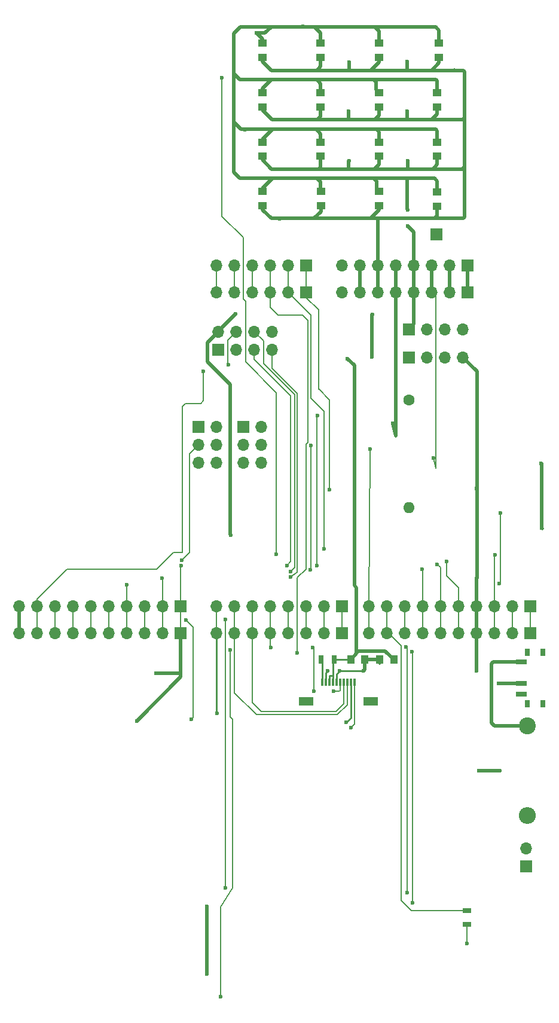
<source format=gbl>
G04 #@! TF.FileFunction,Copper,L2,Bot,Signal*
%FSLAX46Y46*%
G04 Gerber Fmt 4.6, Leading zero omitted, Abs format (unit mm)*
G04 Created by KiCad (PCBNEW 4.0.7-e2-6376~58~ubuntu14.04.1) date Tue Sep  5 20:37:50 2017*
%MOMM*%
%LPD*%
G01*
G04 APERTURE LIST*
%ADD10C,0.100000*%
%ADD11R,1.500000X0.700000*%
%ADD12R,0.800000X1.000000*%
%ADD13C,2.400000*%
%ADD14O,2.400000X2.400000*%
%ADD15R,1.250000X1.000000*%
%ADD16R,1.000000X1.250000*%
%ADD17R,1.700000X1.700000*%
%ADD18O,1.700000X1.700000*%
%ADD19R,0.300000X1.000000*%
%ADD20R,2.000000X1.300000*%
%ADD21R,1.300000X0.700000*%
%ADD22R,0.700000X1.300000*%
%ADD23C,1.600000*%
%ADD24O,1.600000X1.600000*%
%ADD25C,0.600000*%
%ADD26C,0.500000*%
%ADD27C,0.250000*%
%ADD28C,0.380000*%
%ADD29C,0.200000*%
G04 APERTURE END LIST*
D10*
D11*
X154900000Y-121650000D03*
X154900000Y-120150000D03*
X154900000Y-117150000D03*
D12*
X158000000Y-115750000D03*
X155800000Y-115750000D03*
X155800000Y-123050000D03*
X158000000Y-123050000D03*
D13*
X155800000Y-126200000D03*
D14*
X155800000Y-138900000D03*
D15*
X118250000Y-29500000D03*
X118250000Y-31500000D03*
X126500000Y-29500000D03*
X126500000Y-31500000D03*
X134750000Y-29500000D03*
X134750000Y-31500000D03*
X143250000Y-29500000D03*
X143250000Y-31500000D03*
X118250000Y-36500000D03*
X118250000Y-38500000D03*
X126500000Y-36500000D03*
X126500000Y-38500000D03*
X134750000Y-36500000D03*
X134750000Y-38500000D03*
X143000000Y-36500000D03*
X143000000Y-38500000D03*
X118250000Y-43500000D03*
X118250000Y-45500000D03*
X126500000Y-43500000D03*
X126500000Y-45500000D03*
X134750000Y-43500000D03*
X134750000Y-45500000D03*
X143010000Y-45500000D03*
X143010000Y-43500000D03*
X118250000Y-52500000D03*
X118250000Y-50500000D03*
X126510000Y-52500000D03*
X126510000Y-50500000D03*
X134750000Y-52500000D03*
X134750000Y-50500000D03*
D16*
X132750000Y-116750000D03*
X130750000Y-116750000D03*
X134850000Y-116750000D03*
X136850000Y-116750000D03*
D17*
X112014000Y-72898000D03*
D18*
X112014000Y-70358000D03*
X114554000Y-72898000D03*
X114554000Y-70358000D03*
X117094000Y-72898000D03*
X117094000Y-70358000D03*
X119634000Y-72898000D03*
X119634000Y-70358000D03*
D17*
X139000000Y-70000000D03*
D18*
X141540000Y-70000000D03*
X144080000Y-70000000D03*
X146620000Y-70000000D03*
D17*
X147320000Y-60960000D03*
D18*
X144780000Y-60960000D03*
X142240000Y-60960000D03*
X139700000Y-60960000D03*
X137160000Y-60960000D03*
X134620000Y-60960000D03*
X132080000Y-60960000D03*
X129540000Y-60960000D03*
D17*
X147320000Y-64770000D03*
D18*
X144780000Y-64770000D03*
X142240000Y-64770000D03*
X139700000Y-64770000D03*
X137160000Y-64770000D03*
X134620000Y-64770000D03*
X132080000Y-64770000D03*
X129540000Y-64770000D03*
D17*
X156210000Y-113030000D03*
D18*
X153670000Y-113030000D03*
X151130000Y-113030000D03*
X148590000Y-113030000D03*
X146050000Y-113030000D03*
X143510000Y-113030000D03*
X140970000Y-113030000D03*
X138430000Y-113030000D03*
X135890000Y-113030000D03*
X133350000Y-113030000D03*
D17*
X156210000Y-109220000D03*
D18*
X153670000Y-109220000D03*
X151130000Y-109220000D03*
X148590000Y-109220000D03*
X146050000Y-109220000D03*
X143510000Y-109220000D03*
X140970000Y-109220000D03*
X138430000Y-109220000D03*
X135890000Y-109220000D03*
X133350000Y-109220000D03*
D17*
X129540000Y-113030000D03*
D18*
X127000000Y-113030000D03*
X124460000Y-113030000D03*
X121920000Y-113030000D03*
X119380000Y-113030000D03*
X116840000Y-113030000D03*
X114300000Y-113030000D03*
X111760000Y-113030000D03*
D17*
X129540000Y-109220000D03*
D18*
X127000000Y-109220000D03*
X124460000Y-109220000D03*
X121920000Y-109220000D03*
X119380000Y-109220000D03*
X116840000Y-109220000D03*
X114300000Y-109220000D03*
X111760000Y-109220000D03*
D17*
X124460000Y-60960000D03*
D18*
X121920000Y-60960000D03*
X119380000Y-60960000D03*
X116840000Y-60960000D03*
X114300000Y-60960000D03*
X111760000Y-60960000D03*
D17*
X124460000Y-64770000D03*
D18*
X121920000Y-64770000D03*
X119380000Y-64770000D03*
X116840000Y-64770000D03*
X114300000Y-64770000D03*
X111760000Y-64770000D03*
D17*
X106680000Y-113030000D03*
D18*
X104140000Y-113030000D03*
X101600000Y-113030000D03*
X99060000Y-113030000D03*
X96520000Y-113030000D03*
X93980000Y-113030000D03*
X91440000Y-113030000D03*
X88900000Y-113030000D03*
X86360000Y-113030000D03*
X83820000Y-113030000D03*
D17*
X106680000Y-109220000D03*
D18*
X104140000Y-109220000D03*
X101600000Y-109220000D03*
X99060000Y-109220000D03*
X96520000Y-109220000D03*
X93980000Y-109220000D03*
X91440000Y-109220000D03*
X88900000Y-109220000D03*
X86360000Y-109220000D03*
X83820000Y-109220000D03*
D17*
X139000000Y-74000000D03*
D18*
X141540000Y-74000000D03*
X144080000Y-74000000D03*
X146620000Y-74000000D03*
D17*
X109220000Y-83820000D03*
D18*
X111760000Y-83820000D03*
X109220000Y-86360000D03*
X111760000Y-86360000D03*
X109220000Y-88900000D03*
X111760000Y-88900000D03*
D17*
X115570000Y-83820000D03*
D18*
X118110000Y-83820000D03*
X115570000Y-86360000D03*
X118110000Y-86360000D03*
X115570000Y-88900000D03*
X118110000Y-88900000D03*
D19*
X131250000Y-120000000D03*
X130750000Y-120000000D03*
X130250000Y-120000000D03*
X129750000Y-120000000D03*
X129250000Y-120000000D03*
X128750000Y-120000000D03*
X128250000Y-120000000D03*
X127750000Y-120000000D03*
X127250000Y-120000000D03*
X126750000Y-120000000D03*
D20*
X133550000Y-122700000D03*
X124450000Y-122700000D03*
D17*
X155600000Y-146100000D03*
D18*
X155600000Y-143560000D03*
D21*
X147200000Y-154250000D03*
X147200000Y-152350000D03*
D22*
X126550000Y-116750000D03*
X128450000Y-116750000D03*
D23*
X139000000Y-80000000D03*
D24*
X139000000Y-95240000D03*
D17*
X142900000Y-56600000D03*
D15*
X143000000Y-52560000D03*
X143000000Y-50560000D03*
D25*
X151900000Y-132550000D03*
X148900000Y-132500000D03*
X151700000Y-120200000D03*
X110400000Y-151700000D03*
X110400000Y-161290000D03*
X110400000Y-157100000D03*
X148600000Y-92600000D03*
X113710000Y-91550000D03*
X129200000Y-118400000D03*
X127500000Y-118400000D03*
X148600000Y-118400000D03*
X132600000Y-118400000D03*
X113800000Y-99200000D03*
X148620000Y-105180000D03*
X148620000Y-105180000D03*
X133780000Y-73960000D03*
X133790000Y-67910000D03*
X114440000Y-67850000D03*
X120690000Y-33360000D03*
X130520000Y-32200000D03*
X138710000Y-32110000D03*
X145410000Y-33380000D03*
X120710000Y-40330000D03*
X130470000Y-39140000D03*
X138740000Y-39120000D03*
X145450000Y-40350000D03*
X146890000Y-46110000D03*
X138830000Y-46120000D03*
X130490000Y-46130000D03*
X120680000Y-47330000D03*
X145440000Y-54310000D03*
X137210000Y-54280000D03*
X128910000Y-54300000D03*
X120690000Y-54350000D03*
X138800000Y-53100000D03*
X138850000Y-55350000D03*
X157740000Y-88960000D03*
X131290000Y-98190000D03*
X130310000Y-74210000D03*
X140560000Y-27190000D03*
X132300000Y-27220000D03*
X124010000Y-27130000D03*
X140570000Y-34660000D03*
X132280000Y-34640000D03*
X124040000Y-34650000D03*
X115820000Y-34630000D03*
X140560000Y-41680000D03*
X132290000Y-41670000D03*
X124030000Y-41690000D03*
X115780000Y-41720000D03*
X115810000Y-48620000D03*
X124050000Y-48620000D03*
X132290000Y-48600000D03*
X140550000Y-48610000D03*
X117410000Y-28040000D03*
X157760000Y-98120000D03*
X104000000Y-105300000D03*
X122200000Y-105100000D03*
X103150000Y-118750000D03*
X100450000Y-125500000D03*
X106700000Y-103500000D03*
X121700000Y-103450000D03*
X147200000Y-157000000D03*
X151780000Y-106000000D03*
X151990000Y-95990000D03*
X99000000Y-106150000D03*
X126990000Y-101120000D03*
X127750000Y-92750000D03*
X109890000Y-75980000D03*
X113430000Y-75030000D03*
X122200000Y-104300000D03*
X142500000Y-88200000D03*
X136700000Y-83300000D03*
X139500000Y-151200000D03*
X139400000Y-115700000D03*
X138700000Y-149800000D03*
X138600000Y-115000000D03*
X112520000Y-34370000D03*
X120240000Y-101900000D03*
X151180000Y-101970000D03*
X113000000Y-149100000D03*
X113000000Y-111100000D03*
X106800000Y-102700000D03*
X144300000Y-102900000D03*
X143000000Y-103300000D03*
X125940000Y-103450000D03*
X126070000Y-82240000D03*
X125100000Y-86460000D03*
X125030000Y-104080000D03*
X140900000Y-103960000D03*
X133500000Y-87000000D03*
X128300000Y-121300000D03*
X125500000Y-121300000D03*
X125400000Y-115100000D03*
X119400000Y-115100000D03*
X130100000Y-125700000D03*
X111800000Y-124400000D03*
X113650000Y-115400000D03*
X112350000Y-164500000D03*
X123200000Y-115850000D03*
X130800000Y-126400000D03*
X108200000Y-125200000D03*
X107400000Y-111200000D03*
D26*
X151850000Y-132500000D02*
X148900000Y-132500000D01*
X151850000Y-132500000D02*
X151900000Y-132550000D01*
X154900000Y-120150000D02*
X151750000Y-120150000D01*
X151750000Y-120150000D02*
X151700000Y-120200000D01*
X154900000Y-117150000D02*
X150900000Y-117150000D01*
X151100000Y-126200000D02*
X155800000Y-126200000D01*
X150650000Y-125750000D02*
X151100000Y-126200000D01*
X150650000Y-117400000D02*
X150650000Y-125750000D01*
X150900000Y-117150000D02*
X150650000Y-117400000D01*
X134620000Y-60960000D02*
X134620000Y-64770000D01*
X134620000Y-60960000D02*
X134620000Y-54490000D01*
X134620000Y-54490000D02*
X134440000Y-54310000D01*
X132080000Y-60960000D02*
X132080000Y-64770000D01*
X110400000Y-157100000D02*
X110400000Y-151700000D01*
X110400000Y-157100000D02*
X110400000Y-161290000D01*
X148600000Y-92600000D02*
X148620000Y-92600000D01*
X148620000Y-92600000D02*
X148600000Y-92600000D01*
X148600000Y-92600000D02*
X148620000Y-92600000D01*
X148620000Y-96880000D02*
X148620000Y-92600000D01*
X148620000Y-92600000D02*
X148620000Y-76000000D01*
X148620000Y-100050000D02*
X148620000Y-96880000D01*
X148620000Y-105180000D02*
X148620000Y-100050000D01*
X148620000Y-76000000D02*
X146620000Y-74000000D01*
X148590000Y-109220000D02*
X148590000Y-113030000D01*
X83820000Y-109220000D02*
X83820000Y-113030000D01*
D27*
X127250000Y-120000000D02*
X127250000Y-118650000D01*
X127500000Y-118400000D02*
X127250000Y-118650000D01*
X128750000Y-120000000D02*
X128750000Y-118850000D01*
X129200000Y-118400000D02*
X132600000Y-118400000D01*
X128750000Y-118850000D02*
X129200000Y-118400000D01*
D26*
X132750000Y-116750000D02*
X134850000Y-116750000D01*
X148590000Y-113030000D02*
X148590000Y-118390000D01*
X148590000Y-118390000D02*
X148600000Y-118400000D01*
X132750000Y-118250000D02*
X132750000Y-116750000D01*
X132600000Y-118400000D02*
X132750000Y-118250000D01*
X113710000Y-99110000D02*
X113710000Y-91550000D01*
X113800000Y-99200000D02*
X113710000Y-99110000D01*
X148620000Y-105180000D02*
X148590000Y-105210000D01*
X148590000Y-105210000D02*
X148590000Y-109220000D01*
X133780000Y-73960000D02*
X133760000Y-73940000D01*
X133760000Y-73940000D02*
X133760000Y-67910000D01*
X133760000Y-67910000D02*
X133790000Y-67910000D01*
X114440000Y-67850000D02*
X112014000Y-70276000D01*
X112014000Y-70276000D02*
X112014000Y-70358000D01*
X113710000Y-91550000D02*
X113710000Y-77850000D01*
X113710000Y-77850000D02*
X110450002Y-74590002D01*
X110450002Y-74590002D02*
X110450002Y-71921998D01*
X110450002Y-71921998D02*
X112014000Y-70358000D01*
X120690000Y-33360000D02*
X120690000Y-33350000D01*
X120690000Y-33350000D02*
X120690000Y-33360000D01*
X120690000Y-33360000D02*
X120690000Y-33350000D01*
X130530000Y-32210000D02*
X130530000Y-33350000D01*
X130520000Y-32200000D02*
X130530000Y-32210000D01*
X138710000Y-32110000D02*
X138700000Y-32120000D01*
X138700000Y-32120000D02*
X138700000Y-33350000D01*
X145410000Y-33380000D02*
X145410000Y-33350000D01*
X145410000Y-33350000D02*
X145410000Y-33310000D01*
X145410000Y-33310000D02*
X145410000Y-33350000D01*
X130470000Y-39140000D02*
X130470000Y-40330000D01*
X130470000Y-40330000D02*
X130470000Y-40260000D01*
X130470000Y-40260000D02*
X130470000Y-40330000D01*
X138780000Y-39160000D02*
X138780000Y-40330000D01*
X138740000Y-39120000D02*
X138780000Y-39160000D01*
X145450000Y-40350000D02*
X145450000Y-40330000D01*
X145450000Y-40330000D02*
X145450000Y-40350000D01*
X145450000Y-40350000D02*
X145450000Y-40330000D01*
X146890000Y-46110000D02*
X146880000Y-46110000D01*
X146880000Y-46110000D02*
X146890000Y-46110000D01*
X146890000Y-46110000D02*
X146880000Y-46110000D01*
X138840000Y-46130000D02*
X138840000Y-47310000D01*
X138830000Y-46120000D02*
X138840000Y-46130000D01*
X130480000Y-47310000D02*
X130480000Y-46140000D01*
X130480000Y-46140000D02*
X130490000Y-46130000D01*
X120680000Y-47330000D02*
X120680000Y-47310000D01*
X120680000Y-47310000D02*
X120680000Y-47330000D01*
X120680000Y-47330000D02*
X120680000Y-47310000D01*
X137210000Y-54280000D02*
X137210000Y-54310000D01*
X137210000Y-54310000D02*
X137210000Y-54280000D01*
X137210000Y-54280000D02*
X137210000Y-54310000D01*
X128910000Y-54300000D02*
X128910000Y-54310000D01*
X128910000Y-54310000D02*
X128910000Y-54300000D01*
X128910000Y-54300000D02*
X128910000Y-54310000D01*
X120690000Y-54350000D02*
X120690000Y-54330000D01*
X134620000Y-52630000D02*
X134750000Y-52500000D01*
X146880000Y-46980000D02*
X146880000Y-54120000D01*
X146690000Y-54310000D02*
X145440000Y-54310000D01*
X145440000Y-54310000D02*
X142610000Y-54310000D01*
X146880000Y-54120000D02*
X146690000Y-54310000D01*
X146880000Y-40100000D02*
X146880000Y-46110000D01*
X146880000Y-46110000D02*
X146880000Y-46980000D01*
X146550000Y-47310000D02*
X142360000Y-47310000D01*
X146880000Y-46980000D02*
X146550000Y-47310000D01*
X142180000Y-33350000D02*
X145410000Y-33350000D01*
X145410000Y-33350000D02*
X146690000Y-33350000D01*
X146650000Y-40330000D02*
X145450000Y-40330000D01*
X145450000Y-40330000D02*
X142200000Y-40330000D01*
X146890000Y-40090000D02*
X146880000Y-40100000D01*
X146880000Y-40100000D02*
X146650000Y-40330000D01*
X146890000Y-33550000D02*
X146890000Y-40090000D01*
X146690000Y-33350000D02*
X146890000Y-33550000D01*
X133550000Y-54310000D02*
X134440000Y-54310000D01*
X134440000Y-54310000D02*
X137210000Y-54310000D01*
X137210000Y-54310000D02*
X142610000Y-54310000D01*
X143000000Y-53920000D02*
X143000000Y-52560000D01*
X142610000Y-54310000D02*
X143000000Y-53920000D01*
X125550000Y-54310000D02*
X128910000Y-54310000D01*
X128910000Y-54310000D02*
X133550000Y-54310000D01*
X134750000Y-53110000D02*
X134750000Y-52500000D01*
X133550000Y-54310000D02*
X134750000Y-53110000D01*
X118250000Y-52500000D02*
X118250000Y-53070000D01*
X126510000Y-53350000D02*
X126510000Y-52500000D01*
X125530000Y-54330000D02*
X125550000Y-54310000D01*
X125550000Y-54310000D02*
X126510000Y-53350000D01*
X119510000Y-54330000D02*
X120690000Y-54330000D01*
X120690000Y-54330000D02*
X125530000Y-54330000D01*
X118250000Y-53070000D02*
X119510000Y-54330000D01*
X134080000Y-47310000D02*
X138840000Y-47310000D01*
X138840000Y-47310000D02*
X142360000Y-47310000D01*
X143010000Y-46660000D02*
X143010000Y-45500000D01*
X142360000Y-47310000D02*
X143010000Y-46660000D01*
X126180000Y-47310000D02*
X130480000Y-47310000D01*
X130480000Y-47310000D02*
X134080000Y-47310000D01*
X134750000Y-46640000D02*
X134750000Y-45500000D01*
X134080000Y-47310000D02*
X134750000Y-46640000D01*
X118250000Y-45500000D02*
X118250000Y-46010000D01*
X126500000Y-46990000D02*
X126500000Y-45500000D01*
X126180000Y-47310000D02*
X126500000Y-46990000D01*
X119550000Y-47310000D02*
X120680000Y-47310000D01*
X120680000Y-47310000D02*
X126180000Y-47310000D01*
X118250000Y-46010000D02*
X119550000Y-47310000D01*
X134150000Y-40330000D02*
X138780000Y-40330000D01*
X138780000Y-40330000D02*
X142200000Y-40330000D01*
X143000000Y-39530000D02*
X143000000Y-38500000D01*
X142200000Y-40330000D02*
X143000000Y-39530000D01*
X126070000Y-40330000D02*
X130470000Y-40330000D01*
X130470000Y-40330000D02*
X134150000Y-40330000D01*
X134750000Y-39730000D02*
X134750000Y-38500000D01*
X134150000Y-40330000D02*
X134750000Y-39730000D01*
X118250000Y-38500000D02*
X118250000Y-38990000D01*
X118250000Y-38990000D02*
X119590000Y-40330000D01*
X119590000Y-40330000D02*
X120710000Y-40330000D01*
X120710000Y-40330000D02*
X126070000Y-40330000D01*
X126070000Y-40330000D02*
X126500000Y-39900000D01*
X126500000Y-39900000D02*
X126500000Y-38500000D01*
X133610000Y-33350000D02*
X138700000Y-33350000D01*
X138700000Y-33350000D02*
X142180000Y-33350000D01*
X143250000Y-32280000D02*
X143250000Y-31500000D01*
X142180000Y-33350000D02*
X143250000Y-32280000D01*
X125940000Y-33350000D02*
X130530000Y-33350000D01*
X130530000Y-33350000D02*
X133610000Y-33350000D01*
X134750000Y-32210000D02*
X134750000Y-31500000D01*
X133610000Y-33350000D02*
X134750000Y-32210000D01*
X118250000Y-31500000D02*
X118250000Y-32110000D01*
X126500000Y-32790000D02*
X126500000Y-31500000D01*
X125940000Y-33350000D02*
X126500000Y-32790000D01*
X119490000Y-33350000D02*
X120690000Y-33350000D01*
X120690000Y-33350000D02*
X125940000Y-33350000D01*
X118250000Y-32110000D02*
X119490000Y-33350000D01*
X134850000Y-116750000D02*
X134850000Y-117250000D01*
X139700000Y-64770000D02*
X139700000Y-69300000D01*
X139700000Y-69300000D02*
X139000000Y-70000000D01*
X139700000Y-60960000D02*
X139700000Y-56200000D01*
X138700000Y-48650000D02*
X138700000Y-48620000D01*
X138720000Y-48650000D02*
X138700000Y-48650000D01*
X138750000Y-48620000D02*
X138720000Y-48650000D01*
X138750000Y-53050000D02*
X138750000Y-48620000D01*
X138800000Y-53100000D02*
X138750000Y-53050000D01*
X139700000Y-56200000D02*
X138850000Y-55350000D01*
X147320000Y-60960000D02*
X147320000Y-64770000D01*
X144780000Y-60960000D02*
X144780000Y-64770000D01*
X139700000Y-60960000D02*
X139700000Y-64770000D01*
X157760000Y-98120000D02*
X157760000Y-88980000D01*
X157760000Y-88980000D02*
X157740000Y-88960000D01*
X131290000Y-98190000D02*
X131250000Y-98190000D01*
X131250000Y-98190000D02*
X131290000Y-98190000D01*
X131290000Y-98190000D02*
X131250000Y-98190000D01*
X131580000Y-115920000D02*
X131580000Y-115820000D01*
X131580000Y-115820000D02*
X131850000Y-115550000D01*
X131850000Y-115550000D02*
X135650000Y-115550000D01*
X135650000Y-115550000D02*
X136850000Y-116750000D01*
X130750000Y-116750000D02*
X131580000Y-115920000D01*
X131580000Y-106620000D02*
X131580000Y-115920000D01*
X131250000Y-106290000D02*
X131580000Y-106620000D01*
X131250000Y-75150000D02*
X131250000Y-98190000D01*
X131250000Y-98190000D02*
X131250000Y-106290000D01*
X131250000Y-75150000D02*
X130310000Y-74210000D01*
X140560000Y-27190000D02*
X140560000Y-27215000D01*
X140560000Y-27215000D02*
X140560000Y-27190000D01*
X140560000Y-27190000D02*
X140560000Y-27215000D01*
X132300000Y-27220000D02*
X132300000Y-27215000D01*
X132300000Y-27215000D02*
X132300000Y-27220000D01*
X132300000Y-27220000D02*
X132300000Y-27215000D01*
X124010000Y-27130000D02*
X124010000Y-27160000D01*
X124010000Y-27160000D02*
X124010000Y-27130000D01*
X124010000Y-27130000D02*
X124010000Y-27160000D01*
X132280000Y-34640000D02*
X132280000Y-34660000D01*
X132280000Y-34660000D02*
X132280000Y-34640000D01*
X132280000Y-34640000D02*
X132280000Y-34660000D01*
X124040000Y-34650000D02*
X124040000Y-34660000D01*
X124040000Y-34660000D02*
X124040000Y-34650000D01*
X124040000Y-34650000D02*
X124040000Y-34660000D01*
X115820000Y-34630000D02*
X115820000Y-34660000D01*
X115820000Y-34660000D02*
X115820000Y-34630000D01*
X115820000Y-34630000D02*
X115820000Y-34660000D01*
X140560000Y-41680000D02*
X140560000Y-41710000D01*
X140560000Y-41710000D02*
X140560000Y-41680000D01*
X140560000Y-41680000D02*
X140560000Y-41710000D01*
X132290000Y-41670000D02*
X132290000Y-41710000D01*
X132290000Y-41710000D02*
X132290000Y-41670000D01*
X132290000Y-41670000D02*
X132290000Y-41710000D01*
X124030000Y-41690000D02*
X124030000Y-41710000D01*
X124030000Y-41710000D02*
X124030000Y-41690000D01*
X124030000Y-41690000D02*
X124030000Y-41710000D01*
X115780000Y-41720000D02*
X115780000Y-41710000D01*
X115780000Y-41710000D02*
X115780000Y-41720000D01*
X115780000Y-41720000D02*
X115780000Y-41710000D01*
X132290000Y-48600000D02*
X132290000Y-48620000D01*
X132290000Y-48620000D02*
X132290000Y-48600000D01*
X132290000Y-48600000D02*
X132290000Y-48620000D01*
X140550000Y-48610000D02*
X140550000Y-48620000D01*
X140550000Y-48620000D02*
X140550000Y-48610000D01*
X140550000Y-48610000D02*
X140550000Y-48620000D01*
X114190000Y-40650000D02*
X114190000Y-47760000D01*
X115050000Y-48620000D02*
X115810000Y-48620000D01*
X115810000Y-48620000D02*
X119670000Y-48620000D01*
X114190000Y-47760000D02*
X115050000Y-48620000D01*
X114190000Y-33780000D02*
X114190000Y-40650000D01*
X114190000Y-40650000D02*
X114190000Y-40670000D01*
X115230000Y-41710000D02*
X115780000Y-41710000D01*
X115780000Y-41710000D02*
X119680000Y-41710000D01*
X114190000Y-40670000D02*
X115230000Y-41710000D01*
X119490000Y-27160000D02*
X115150000Y-27160000D01*
X115070000Y-34660000D02*
X115820000Y-34660000D01*
X115820000Y-34660000D02*
X119500000Y-34660000D01*
X114190000Y-33780000D02*
X115070000Y-34660000D01*
X114190000Y-28120000D02*
X114190000Y-33780000D01*
X115150000Y-27160000D02*
X114190000Y-28120000D01*
X134390000Y-41710000D02*
X140560000Y-41710000D01*
X140560000Y-41710000D02*
X142800000Y-41710000D01*
X143010000Y-41920000D02*
X143010000Y-43500000D01*
X142800000Y-41710000D02*
X143010000Y-41920000D01*
X133970000Y-48620000D02*
X138700000Y-48620000D01*
X138700000Y-48620000D02*
X138990000Y-48620000D01*
X138990000Y-48620000D02*
X140550000Y-48620000D01*
X140550000Y-48620000D02*
X142600000Y-48620000D01*
X143002000Y-49022000D02*
X143002000Y-50562000D01*
X142600000Y-48620000D02*
X143002000Y-49022000D01*
X125960000Y-48620000D02*
X132290000Y-48620000D01*
X132290000Y-48620000D02*
X133970000Y-48620000D01*
X133970000Y-48620000D02*
X134390000Y-49040000D01*
X119670000Y-48620000D02*
X124050000Y-48620000D01*
X124050000Y-48620000D02*
X125960000Y-48620000D01*
X125960000Y-48620000D02*
X126500000Y-49160000D01*
X134390000Y-49040000D02*
X134390000Y-50140000D01*
X134390000Y-50140000D02*
X134750000Y-50500000D01*
X126500000Y-49160000D02*
X126500000Y-50500000D01*
X118250000Y-50500000D02*
X118250000Y-50040000D01*
X118250000Y-50040000D02*
X119670000Y-48620000D01*
X125820000Y-41710000D02*
X132290000Y-41710000D01*
X132290000Y-41710000D02*
X134390000Y-41710000D01*
X134750000Y-42070000D02*
X134750000Y-43500000D01*
X134390000Y-41710000D02*
X134750000Y-42070000D01*
X118250000Y-43500000D02*
X118250000Y-43140000D01*
X118250000Y-43140000D02*
X119680000Y-41710000D01*
X119680000Y-41710000D02*
X124030000Y-41710000D01*
X124030000Y-41710000D02*
X125820000Y-41710000D01*
X125820000Y-41710000D02*
X125850000Y-41710000D01*
X125850000Y-41710000D02*
X126500000Y-42360000D01*
X126500000Y-42360000D02*
X126500000Y-43500000D01*
X134165000Y-34660000D02*
X140570000Y-34660000D01*
X140570000Y-34660000D02*
X142830000Y-34660000D01*
X143000000Y-34830000D02*
X143000000Y-36500000D01*
X142830000Y-34660000D02*
X143000000Y-34830000D01*
X125950000Y-34660000D02*
X132280000Y-34660000D01*
X132280000Y-34660000D02*
X134165000Y-34660000D01*
X134165000Y-34660000D02*
X134010000Y-34660000D01*
X134350000Y-35000000D02*
X134350000Y-36100000D01*
X134010000Y-34660000D02*
X134350000Y-35000000D01*
X134350000Y-36100000D02*
X134750000Y-36500000D01*
X118250000Y-36500000D02*
X118250000Y-35910000D01*
X118250000Y-35910000D02*
X119500000Y-34660000D01*
X126500000Y-35210000D02*
X126500000Y-36500000D01*
X125950000Y-34660000D02*
X126500000Y-35210000D01*
X119500000Y-34660000D02*
X124040000Y-34660000D01*
X124040000Y-34660000D02*
X125950000Y-34660000D01*
X134145000Y-27215000D02*
X140560000Y-27215000D01*
X140560000Y-27215000D02*
X142775000Y-27215000D01*
X143250000Y-27690000D02*
X143250000Y-29500000D01*
X142775000Y-27215000D02*
X143250000Y-27690000D01*
X125635000Y-27215000D02*
X132300000Y-27215000D01*
X132300000Y-27215000D02*
X134145000Y-27215000D01*
X134750000Y-27820000D02*
X134750000Y-29500000D01*
X134145000Y-27215000D02*
X134750000Y-27820000D01*
X117410000Y-28040000D02*
X118610000Y-28040000D01*
X126500000Y-28080000D02*
X126500000Y-29500000D01*
X125580000Y-27160000D02*
X125635000Y-27215000D01*
X125635000Y-27215000D02*
X126500000Y-28080000D01*
X119490000Y-27160000D02*
X124010000Y-27160000D01*
X124010000Y-27160000D02*
X125580000Y-27160000D01*
X118610000Y-28040000D02*
X119490000Y-27160000D01*
X117410000Y-28040000D02*
X118250000Y-28880000D01*
X118250000Y-28880000D02*
X118250000Y-29500000D01*
X157760000Y-98120000D02*
X157850000Y-98210000D01*
D28*
X157850000Y-98200000D02*
X157800000Y-98150000D01*
D27*
X130750000Y-116750000D02*
X130750000Y-116650000D01*
X130750000Y-116650000D02*
X131850000Y-115550000D01*
X131850000Y-115550000D02*
X135650000Y-115550000D01*
X135650000Y-115550000D02*
X136850000Y-116750000D01*
X127750000Y-120000000D02*
X127750000Y-119050000D01*
X128250000Y-119050000D02*
X128250000Y-119100000D01*
X127750000Y-119050000D02*
X128250000Y-119050000D01*
X128450000Y-116750000D02*
X130750000Y-116750000D01*
X128250000Y-120000000D02*
X128250000Y-119100000D01*
X128250000Y-119100000D02*
X128250000Y-116950000D01*
X128250000Y-116950000D02*
X128450000Y-116750000D01*
D29*
X104140000Y-109220000D02*
X104140000Y-113030000D01*
X119634000Y-72898000D02*
X119634000Y-75534000D01*
X104140000Y-105440000D02*
X104140000Y-109220000D01*
X104000000Y-105300000D02*
X104140000Y-105440000D01*
X123200000Y-104400000D02*
X122200000Y-105100000D01*
X123200000Y-79100000D02*
X123200000Y-104400000D01*
X119634000Y-75534000D02*
X123200000Y-79100000D01*
D26*
X103150000Y-118750000D02*
X106680000Y-118750000D01*
X106680000Y-118750000D02*
X106650000Y-118750000D01*
X106650000Y-118750000D02*
X106680000Y-118750000D01*
X106680000Y-113030000D02*
X106680000Y-118750000D01*
X106680000Y-118750000D02*
X106680000Y-119270000D01*
X106680000Y-119270000D02*
X100450000Y-125500000D01*
D29*
X106680000Y-109220000D02*
X106680000Y-113030000D01*
X117094000Y-72898000D02*
X117094000Y-74244000D01*
X106680000Y-103520000D02*
X106680000Y-109220000D01*
X106700000Y-103500000D02*
X106680000Y-103520000D01*
X122250000Y-102900000D02*
X121700000Y-103450000D01*
X122250000Y-79400000D02*
X122250000Y-102900000D01*
X117094000Y-74244000D02*
X122250000Y-79400000D01*
X106680000Y-113030000D02*
X106680000Y-113620000D01*
X147200000Y-157000000D02*
X147200000Y-154250000D01*
X99060000Y-109220000D02*
X99060000Y-113030000D01*
X151780000Y-106000000D02*
X151990000Y-105790000D01*
X151990000Y-105790000D02*
X151990000Y-95990000D01*
X99060000Y-109220000D02*
X99060000Y-106210000D01*
X99060000Y-106210000D02*
X99000000Y-106150000D01*
X96520000Y-109220000D02*
X96520000Y-113030000D01*
X93980000Y-109220000D02*
X93980000Y-113030000D01*
X125120000Y-68550000D02*
X125120000Y-67970000D01*
X125120000Y-69400000D02*
X125120000Y-68550000D01*
X125120000Y-67970000D02*
X121920000Y-64770000D01*
X121920000Y-60960000D02*
X121920000Y-64770000D01*
X125120000Y-69390000D02*
X125120000Y-69400000D01*
X125120000Y-69400000D02*
X125120000Y-79800000D01*
X125120000Y-79800000D02*
X126990000Y-81670000D01*
X126990000Y-81670000D02*
X126990000Y-101120000D01*
X124460000Y-64770000D02*
X124460000Y-65510000D01*
X124460000Y-65510000D02*
X126200000Y-67250000D01*
X124460000Y-60960000D02*
X124460000Y-64770000D01*
X126200000Y-78450000D02*
X126200000Y-67250000D01*
X126200000Y-67250000D02*
X126200000Y-67200000D01*
X126200000Y-78450000D02*
X126250000Y-78500000D01*
X127750000Y-80000000D02*
X126200000Y-78450000D01*
X127750000Y-86750000D02*
X127750000Y-80000000D01*
X127750000Y-92750000D02*
X127750000Y-86750000D01*
X111760000Y-64770000D02*
X111760000Y-60960000D01*
X86360000Y-109220000D02*
X86360000Y-113030000D01*
X93250000Y-104000000D02*
X103250000Y-104000000D01*
X105600000Y-101650000D02*
X106900000Y-101650000D01*
X103250000Y-104000000D02*
X105600000Y-101650000D01*
X109900000Y-80150000D02*
X109900000Y-75990000D01*
X109900000Y-75990000D02*
X109890000Y-75980000D01*
X113430000Y-75030000D02*
X113350000Y-74950000D01*
X113350000Y-74950000D02*
X113350000Y-71562000D01*
X113350000Y-71562000D02*
X114554000Y-70358000D01*
X109500000Y-80550000D02*
X109900000Y-80150000D01*
X107300000Y-80550000D02*
X109500000Y-80550000D01*
X106900000Y-80950000D02*
X107300000Y-80550000D01*
X106900000Y-101650000D02*
X106900000Y-80950000D01*
X86360000Y-108190000D02*
X90550000Y-104000000D01*
X90550000Y-104000000D02*
X93250000Y-104000000D01*
X93250000Y-104000000D02*
X94050000Y-104000000D01*
X86360000Y-109220000D02*
X86360000Y-108190000D01*
X86360000Y-109220000D02*
X86360000Y-108890000D01*
X88900000Y-109220000D02*
X88900000Y-113030000D01*
X122799998Y-103600000D02*
X122799998Y-103700002D01*
X122799998Y-103700002D02*
X122200000Y-104300000D01*
X122799998Y-79299998D02*
X122799998Y-103600000D01*
X118400000Y-74900000D02*
X122799998Y-79299998D01*
X118400000Y-71650000D02*
X118400000Y-74900000D01*
X117108000Y-70358000D02*
X118400000Y-71650000D01*
X117094000Y-70358000D02*
X117108000Y-70358000D01*
X142800000Y-65330000D02*
X142800000Y-67360000D01*
X142800000Y-89650000D02*
X142800000Y-67360000D01*
X142500000Y-88200000D02*
X142800000Y-89650000D01*
X142800000Y-65330000D02*
X142240000Y-64770000D01*
D26*
X142240000Y-60960000D02*
X142240000Y-64770000D01*
X137150000Y-64780000D02*
X137150000Y-67050000D01*
X136700000Y-83300000D02*
X137150000Y-85140000D01*
X137150000Y-85140000D02*
X137150000Y-67050000D01*
X137150000Y-64780000D02*
X137160000Y-64770000D01*
X137160000Y-60960000D02*
X137160000Y-64770000D01*
D29*
X139500000Y-115800000D02*
X139500000Y-151200000D01*
X139400000Y-115700000D02*
X139500000Y-115800000D01*
X156210000Y-109220000D02*
X156210000Y-113030000D01*
X138700000Y-115100000D02*
X138700000Y-149800000D01*
X138600000Y-115000000D02*
X138700000Y-115100000D01*
X153670000Y-109220000D02*
X153670000Y-113030000D01*
X115550000Y-57040000D02*
X115550000Y-65750000D01*
X115850000Y-74600000D02*
X115850000Y-66050000D01*
X151130000Y-109220000D02*
X151130000Y-102020000D01*
X112520000Y-54010000D02*
X112520000Y-34370000D01*
X115550000Y-57040000D02*
X112520000Y-54010000D01*
X120240000Y-78990000D02*
X115850000Y-74600000D01*
X120240000Y-101900000D02*
X120240000Y-78990000D01*
X151130000Y-102020000D02*
X151180000Y-101970000D01*
X115550000Y-65750000D02*
X115850000Y-66050000D01*
X151130000Y-109220000D02*
X151130000Y-113030000D01*
X113000000Y-141900000D02*
X113000000Y-149100000D01*
X113000000Y-124000000D02*
X113000000Y-141900000D01*
X113000000Y-116300000D02*
X113000000Y-124000000D01*
X113000000Y-111100000D02*
X113000000Y-116300000D01*
X146050000Y-109220000D02*
X146050000Y-106650000D01*
X107900000Y-87680000D02*
X109220000Y-86360000D01*
X107900000Y-101600000D02*
X107900000Y-87680000D01*
X106800000Y-102700000D02*
X107900000Y-101600000D01*
X144300000Y-104900000D02*
X144300000Y-102900000D01*
X146050000Y-106650000D02*
X144300000Y-104900000D01*
X146050000Y-109220000D02*
X146050000Y-113030000D01*
X146050000Y-113030000D02*
X146050000Y-113270000D01*
X109220000Y-86360000D02*
X108590002Y-86360000D01*
X143510000Y-109220000D02*
X143510000Y-113030000D01*
X143510000Y-103750000D02*
X143510000Y-109220000D01*
X143000000Y-103300000D02*
X143510000Y-103750000D01*
X125940000Y-82370000D02*
X125940000Y-103450000D01*
X126070000Y-82240000D02*
X125940000Y-82370000D01*
X140970000Y-109220000D02*
X140970000Y-113030000D01*
X140970000Y-109220000D02*
X140970000Y-104030000D01*
X125090000Y-86470000D02*
X125100000Y-86460000D01*
X125090000Y-104020000D02*
X125090000Y-86470000D01*
X125030000Y-104080000D02*
X125090000Y-104020000D01*
X140970000Y-104030000D02*
X140900000Y-103960000D01*
X138430000Y-109220000D02*
X138430000Y-113030000D01*
X135890000Y-113030000D02*
X136130000Y-113030000D01*
X136130000Y-113030000D02*
X137900000Y-114800000D01*
X139350000Y-152350000D02*
X147200000Y-152350000D01*
X137900000Y-150900000D02*
X139350000Y-152350000D01*
X137900000Y-114800000D02*
X137900000Y-150900000D01*
X135890000Y-113030000D02*
X135890000Y-109220000D01*
D27*
X135890000Y-113030000D02*
X135890000Y-113090000D01*
D29*
X133470000Y-87030000D02*
X133500000Y-87000000D01*
X133470000Y-87030000D02*
X133350000Y-109220000D01*
X133350000Y-109220000D02*
X133350000Y-113030000D01*
X129540000Y-109220000D02*
X129540000Y-113030000D01*
X127000000Y-109220000D02*
X127000000Y-113030000D01*
X124460000Y-109220000D02*
X124460000Y-113030000D01*
X121920000Y-109220000D02*
X121920000Y-113030000D01*
X119380000Y-113030000D02*
X119380000Y-115080000D01*
X129250000Y-121150000D02*
X129250000Y-120000000D01*
X129100000Y-121300000D02*
X129250000Y-121150000D01*
X128300000Y-121300000D02*
X129100000Y-121300000D01*
X125500000Y-115200000D02*
X125500000Y-121300000D01*
X125400000Y-115100000D02*
X125500000Y-115200000D01*
X119380000Y-115080000D02*
X119400000Y-115100000D01*
X119380000Y-109220000D02*
X119380000Y-113030000D01*
X129750000Y-120000000D02*
X129750000Y-123000000D01*
X116840000Y-122890000D02*
X116840000Y-113030000D01*
X118050000Y-124100000D02*
X116840000Y-122890000D01*
X128650000Y-124100000D02*
X118050000Y-124100000D01*
X129750000Y-123000000D02*
X128650000Y-124100000D01*
X116840000Y-109220000D02*
X116840000Y-113030000D01*
X130250000Y-120000000D02*
X130250000Y-123200000D01*
X114300000Y-121500000D02*
X114300000Y-113030000D01*
X117400000Y-124600000D02*
X114300000Y-121500000D01*
X128850000Y-124600000D02*
X117400000Y-124600000D01*
X130250000Y-123200000D02*
X128850000Y-124600000D01*
X114300000Y-109220000D02*
X114300000Y-113030000D01*
D27*
X111760000Y-113030000D02*
X111760000Y-124360000D01*
X130750000Y-125050000D02*
X130750000Y-120000000D01*
X130100000Y-125700000D02*
X130750000Y-125050000D01*
X111760000Y-124360000D02*
X111800000Y-124400000D01*
D29*
X111760000Y-109220000D02*
X111760000Y-113030000D01*
X124700000Y-69900000D02*
X124700000Y-86000000D01*
X124700000Y-86000000D02*
X124400000Y-86300000D01*
X124400000Y-86300000D02*
X124400000Y-104000000D01*
X124400000Y-104000000D02*
X123200000Y-105200000D01*
X123200000Y-105200000D02*
X123200000Y-114650000D01*
X124700000Y-68800000D02*
X124700000Y-69900000D01*
X114000000Y-125250000D02*
X113650000Y-124900000D01*
X113650000Y-124900000D02*
X113650000Y-115400000D01*
X112309844Y-151800127D02*
X112350000Y-164500000D01*
X114000000Y-149100000D02*
X112309844Y-151800127D01*
X114000000Y-149100000D02*
X114000000Y-125250000D01*
X123200000Y-115850000D02*
X123200000Y-114650000D01*
X119380000Y-64770000D02*
X119380000Y-66930000D01*
X123900000Y-68000000D02*
X124700000Y-68800000D01*
X120450000Y-68000000D02*
X123900000Y-68000000D01*
X119380000Y-66930000D02*
X120450000Y-68000000D01*
X119380000Y-60960000D02*
X119380000Y-64770000D01*
X124700000Y-68800000D02*
X124700000Y-68750000D01*
X116840000Y-60960000D02*
X116840000Y-64770000D01*
X114300000Y-60960000D02*
X114300000Y-64770000D01*
X131250000Y-125950000D02*
X131250000Y-120000000D01*
X130800000Y-126400000D02*
X131250000Y-125950000D01*
X108400000Y-125000000D02*
X108200000Y-125200000D01*
X108400000Y-112200000D02*
X108400000Y-125000000D01*
X107400000Y-111200000D02*
X108400000Y-112200000D01*
X101600000Y-109220000D02*
X101600000Y-113030000D01*
X101600000Y-113030000D02*
X101770000Y-113030000D01*
X91440000Y-109220000D02*
X91440000Y-113030000D01*
D27*
X126750000Y-120000000D02*
X126750000Y-116950000D01*
X126750000Y-116950000D02*
X126550000Y-116750000D01*
M02*

</source>
